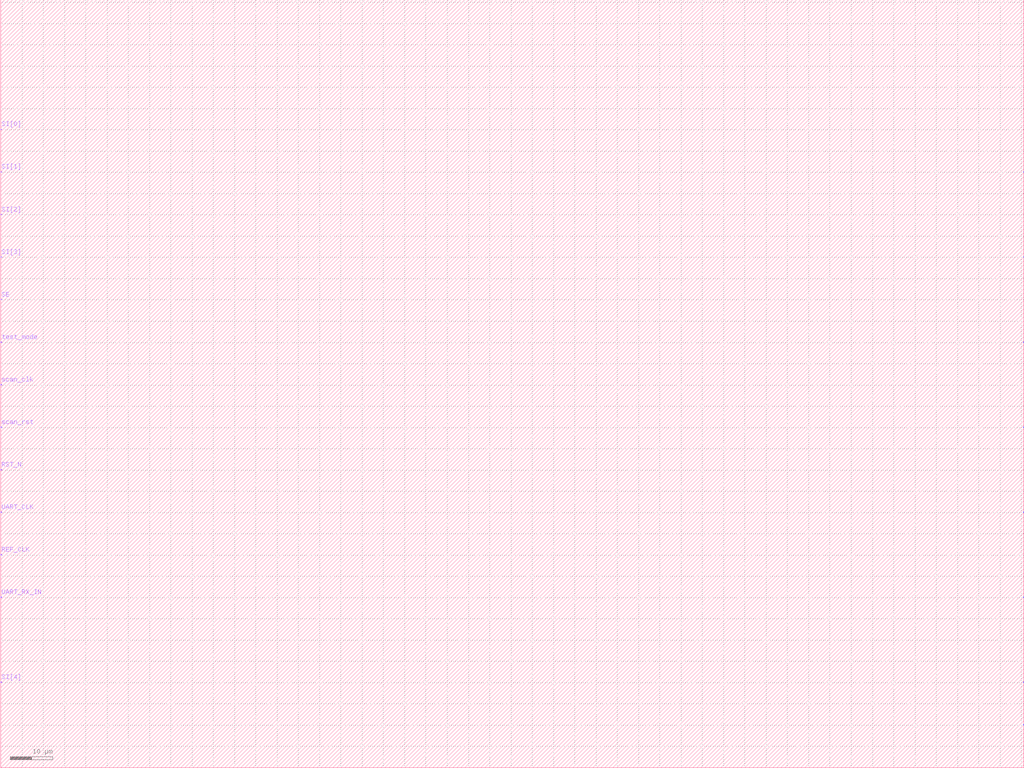
<source format=lef>

#******
# Preview export LEF
#
#	 Preview sub-version 5.10.41.500.3.38
#
# TECH LIB NAME: tsmc18
# TECH FILE NAME: techfile.cds
#******

VERSION 5.4 ;

NAMESCASESENSITIVE ON ;

DIVIDERCHAR "|" ;
BUSBITCHARS "[]" ;

UNITS
    DATABASE MICRONS 100  ;
END UNITS

MACRO SYS_TOP
    CLASS CORE ;
    FOREIGN SYS_TOP 0 0 ;
    ORIGIN 0.00 0.00 ;
    SIZE 240.6 BY 180.6 ;
    SYMMETRY X Y ;
    PIN SI[0]
        DIRECTION INPUT ;
        PORT
        LAYER METAL2 ;
        RECT  0.00 150 0.2 150.2 ;
        END
	AntennaGateArea 0.0 ;
    END SI[0]
    PIN SI[1]
        DIRECTION INPUT ;
        PORT
        LAYER METAL2 ;
        RECT  0.00 140 0.2 140.2 ;
        END
	AntennaGateArea 0.0 ;
    END SI[1]
    PIN SI[2]
        DIRECTION INPUT ;
        PORT
        LAYER METAL2 ;
        RECT  0.00 130 0.2 130.2 ;
        END
	AntennaGateArea 0.0 ;
    END SI[2]
    PIN SI[3]
        DIRECTION INPUT ;
        PORT
        LAYER METAL2 ;
        RECT  0.00 120 0.2 120.2 ;
        END
	AntennaGateArea 0.0 ;
    END SI[3]
    PIN SE
        DIRECTION INPUT ;
        PORT
        LAYER METAL2 ;
        RECT  0.00 110 0.2 110.2 ;
        END
	AntennaGateArea 0.0 ;
    END SE
    PIN test_mode
        DIRECTION INPUT ;
        PORT
        LAYER METAL2 ;
        RECT  0.00 100 0.2 100.2 ;
        END
	AntennaGateArea 0.0 ;
    END test_mode
    PIN scan_clk
        DIRECTION INPUT ;
        PORT
        LAYER METAL2 ;
        RECT  0.00 90 0.2 90.2 ;
        END
	AntennaGateArea 0.0 ;
    END scan_clk
    PIN scan_rst
        DIRECTION INPUT ;
        PORT
        LAYER METAL2 ;
        RECT  0.00 80 0.2 80.2 ;
        END
	AntennaGateArea 0.0 ;
    END scan_rst
    PIN RST_N
        DIRECTION INPUT ;
        PORT
        LAYER METAL2 ;
        RECT  0.00 70 0.2 70.2 ;
        END
	AntennaGateArea 0.0 ;
    END RST_N
    PIN UART_CLK
        DIRECTION INPUT ;
        PORT
        LAYER METAL2 ;
        RECT  0.00 60 0.2 60.2 ;
        END
	AntennaGateArea 0.0 ;
    END UART_CLK
    PIN REF_CLK
        DIRECTION INPUT ;
        PORT
        LAYER METAL2 ;
        RECT  0.00 50 0.2 50.2 ;
        END
	AntennaGateArea 0.0 ;
    END REF_CLK
    PIN UART_RX_IN
        DIRECTION INPUT ;
        PORT
        LAYER METAL2 ;
        RECT  0.00 40 0.2 40.2 ;
        END
	AntennaGateArea 0.0 ;
    END UART_RX_IN
    PIN SI[4]
        DIRECTION INPUT ;
        PORT
        LAYER METAL2 ;
        RECT  0.00 20 0.2 20.2 ;
        END
	AntennaGateArea 0.0 ;
    END SI[4]
    PIN SO[0]
        DIRECTION OUTPUT ;
        PORT
        LAYER METAL3 ;
        RECT  240.47 140 240.67 140.2 ; 
        END
	AntennaDiffArea 0.575 ;
    END SO[0]
    PIN SO[1]
        DIRECTION OUTPUT ;
        PORT
        LAYER METAL3 ;
        RECT  240.47 120 240.67 120.2 ; 
        END
	AntennaDiffArea 0.575 ;
    END SO[1]
    PIN SO[2]
        DIRECTION OUTPUT ;
        PORT
        LAYER METAL3 ;
        RECT  240.47 100 240.67 100.2 ; 
        END
	AntennaDiffArea 0.575 ;
    END SO[2]
    PIN SO[3]
        DIRECTION OUTPUT ;
        PORT
        LAYER METAL3 ;
        RECT  240.47 80 240.67 80.2 ; 
        END
	AntennaDiffArea 0.575 ;
    END SO[3]
    PIN UART_TX_O
        DIRECTION OUTPUT ;
        PORT
        LAYER METAL3 ;
        RECT  240.47 60 240.67 60.2 ; 
        END
	AntennaDiffArea 0.575 ;
    END UART_TX_O
    PIN parity_error
        DIRECTION OUTPUT ;
        PORT
        LAYER METAL3 ;
        RECT  240.47 40 240.67 40.2 ; 
        END
	AntennaDiffArea 0.575 ;
    END parity_error
    PIN framing_error
        DIRECTION OUTPUT ;
        PORT
        LAYER METAL3 ;
        RECT  240.47 20 240.67 20.2 ; 
        END
	AntennaDiffArea 0.575 ;
    END framing_error
    PIN SO[4]
        DIRECTION OUTPUT ;
        PORT
        LAYER METAL3 ;
        RECT  240.47 10 240.67 10.2 ; 
        END
	AntennaDiffArea 0.575 ;
    END SO[4]
END SYS_TOP

END LIBRARY


</source>
